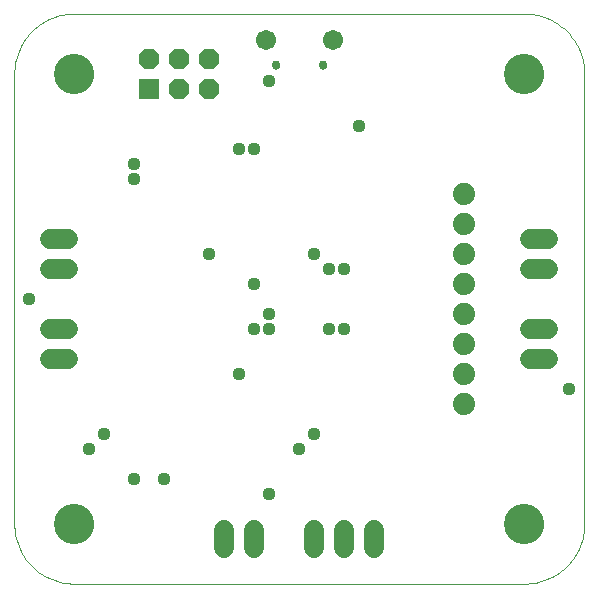
<source format=gbs>
G75*
G70*
%OFA0B0*%
%FSLAX24Y24*%
%IPPOS*%
%LPD*%
%AMOC8*
5,1,8,0,0,1.08239X$1,22.5*
%
%ADD10C,0.0000*%
%ADD11C,0.0297*%
%ADD12C,0.0674*%
%ADD13R,0.0680X0.0680*%
%ADD14OC8,0.0680*%
%ADD15C,0.0674*%
%ADD16C,0.0740*%
%ADD17C,0.1340*%
%ADD18C,0.0437*%
D10*
X000655Y002655D02*
X000655Y017655D01*
X002025Y017655D02*
X002027Y017705D01*
X002033Y017755D01*
X002043Y017804D01*
X002057Y017852D01*
X002074Y017899D01*
X002095Y017944D01*
X002120Y017988D01*
X002148Y018029D01*
X002180Y018068D01*
X002214Y018105D01*
X002251Y018139D01*
X002291Y018169D01*
X002333Y018196D01*
X002377Y018220D01*
X002423Y018241D01*
X002470Y018257D01*
X002518Y018270D01*
X002568Y018279D01*
X002617Y018284D01*
X002668Y018285D01*
X002718Y018282D01*
X002767Y018275D01*
X002816Y018264D01*
X002864Y018249D01*
X002910Y018231D01*
X002955Y018209D01*
X002998Y018183D01*
X003039Y018154D01*
X003078Y018122D01*
X003114Y018087D01*
X003146Y018049D01*
X003176Y018009D01*
X003203Y017966D01*
X003226Y017922D01*
X003245Y017876D01*
X003261Y017828D01*
X003273Y017779D01*
X003281Y017730D01*
X003285Y017680D01*
X003285Y017630D01*
X003281Y017580D01*
X003273Y017531D01*
X003261Y017482D01*
X003245Y017434D01*
X003226Y017388D01*
X003203Y017344D01*
X003176Y017301D01*
X003146Y017261D01*
X003114Y017223D01*
X003078Y017188D01*
X003039Y017156D01*
X002998Y017127D01*
X002955Y017101D01*
X002910Y017079D01*
X002864Y017061D01*
X002816Y017046D01*
X002767Y017035D01*
X002718Y017028D01*
X002668Y017025D01*
X002617Y017026D01*
X002568Y017031D01*
X002518Y017040D01*
X002470Y017053D01*
X002423Y017069D01*
X002377Y017090D01*
X002333Y017114D01*
X002291Y017141D01*
X002251Y017171D01*
X002214Y017205D01*
X002180Y017242D01*
X002148Y017281D01*
X002120Y017322D01*
X002095Y017366D01*
X002074Y017411D01*
X002057Y017458D01*
X002043Y017506D01*
X002033Y017555D01*
X002027Y017605D01*
X002025Y017655D01*
X000655Y017655D02*
X000657Y017750D01*
X000664Y017845D01*
X000675Y017940D01*
X000691Y018034D01*
X000711Y018127D01*
X000736Y018218D01*
X000765Y018309D01*
X000798Y018398D01*
X000836Y018486D01*
X000877Y018571D01*
X000923Y018655D01*
X000972Y018736D01*
X001026Y018815D01*
X001083Y018891D01*
X001144Y018965D01*
X001208Y019035D01*
X001275Y019102D01*
X001345Y019166D01*
X001419Y019227D01*
X001495Y019284D01*
X001574Y019338D01*
X001655Y019387D01*
X001739Y019433D01*
X001824Y019474D01*
X001912Y019512D01*
X002001Y019545D01*
X002092Y019574D01*
X002183Y019599D01*
X002276Y019619D01*
X002370Y019635D01*
X002465Y019646D01*
X002560Y019653D01*
X002655Y019655D01*
X017655Y019655D01*
X017025Y017655D02*
X017027Y017705D01*
X017033Y017755D01*
X017043Y017804D01*
X017057Y017852D01*
X017074Y017899D01*
X017095Y017944D01*
X017120Y017988D01*
X017148Y018029D01*
X017180Y018068D01*
X017214Y018105D01*
X017251Y018139D01*
X017291Y018169D01*
X017333Y018196D01*
X017377Y018220D01*
X017423Y018241D01*
X017470Y018257D01*
X017518Y018270D01*
X017568Y018279D01*
X017617Y018284D01*
X017668Y018285D01*
X017718Y018282D01*
X017767Y018275D01*
X017816Y018264D01*
X017864Y018249D01*
X017910Y018231D01*
X017955Y018209D01*
X017998Y018183D01*
X018039Y018154D01*
X018078Y018122D01*
X018114Y018087D01*
X018146Y018049D01*
X018176Y018009D01*
X018203Y017966D01*
X018226Y017922D01*
X018245Y017876D01*
X018261Y017828D01*
X018273Y017779D01*
X018281Y017730D01*
X018285Y017680D01*
X018285Y017630D01*
X018281Y017580D01*
X018273Y017531D01*
X018261Y017482D01*
X018245Y017434D01*
X018226Y017388D01*
X018203Y017344D01*
X018176Y017301D01*
X018146Y017261D01*
X018114Y017223D01*
X018078Y017188D01*
X018039Y017156D01*
X017998Y017127D01*
X017955Y017101D01*
X017910Y017079D01*
X017864Y017061D01*
X017816Y017046D01*
X017767Y017035D01*
X017718Y017028D01*
X017668Y017025D01*
X017617Y017026D01*
X017568Y017031D01*
X017518Y017040D01*
X017470Y017053D01*
X017423Y017069D01*
X017377Y017090D01*
X017333Y017114D01*
X017291Y017141D01*
X017251Y017171D01*
X017214Y017205D01*
X017180Y017242D01*
X017148Y017281D01*
X017120Y017322D01*
X017095Y017366D01*
X017074Y017411D01*
X017057Y017458D01*
X017043Y017506D01*
X017033Y017555D01*
X017027Y017605D01*
X017025Y017655D01*
X017655Y019655D02*
X017750Y019653D01*
X017845Y019646D01*
X017940Y019635D01*
X018034Y019619D01*
X018127Y019599D01*
X018218Y019574D01*
X018309Y019545D01*
X018398Y019512D01*
X018486Y019474D01*
X018571Y019433D01*
X018655Y019387D01*
X018736Y019338D01*
X018815Y019284D01*
X018891Y019227D01*
X018965Y019166D01*
X019035Y019102D01*
X019102Y019035D01*
X019166Y018965D01*
X019227Y018891D01*
X019284Y018815D01*
X019338Y018736D01*
X019387Y018655D01*
X019433Y018571D01*
X019474Y018486D01*
X019512Y018398D01*
X019545Y018309D01*
X019574Y018218D01*
X019599Y018127D01*
X019619Y018034D01*
X019635Y017940D01*
X019646Y017845D01*
X019653Y017750D01*
X019655Y017655D01*
X019655Y002655D01*
X017025Y002655D02*
X017027Y002705D01*
X017033Y002755D01*
X017043Y002804D01*
X017057Y002852D01*
X017074Y002899D01*
X017095Y002944D01*
X017120Y002988D01*
X017148Y003029D01*
X017180Y003068D01*
X017214Y003105D01*
X017251Y003139D01*
X017291Y003169D01*
X017333Y003196D01*
X017377Y003220D01*
X017423Y003241D01*
X017470Y003257D01*
X017518Y003270D01*
X017568Y003279D01*
X017617Y003284D01*
X017668Y003285D01*
X017718Y003282D01*
X017767Y003275D01*
X017816Y003264D01*
X017864Y003249D01*
X017910Y003231D01*
X017955Y003209D01*
X017998Y003183D01*
X018039Y003154D01*
X018078Y003122D01*
X018114Y003087D01*
X018146Y003049D01*
X018176Y003009D01*
X018203Y002966D01*
X018226Y002922D01*
X018245Y002876D01*
X018261Y002828D01*
X018273Y002779D01*
X018281Y002730D01*
X018285Y002680D01*
X018285Y002630D01*
X018281Y002580D01*
X018273Y002531D01*
X018261Y002482D01*
X018245Y002434D01*
X018226Y002388D01*
X018203Y002344D01*
X018176Y002301D01*
X018146Y002261D01*
X018114Y002223D01*
X018078Y002188D01*
X018039Y002156D01*
X017998Y002127D01*
X017955Y002101D01*
X017910Y002079D01*
X017864Y002061D01*
X017816Y002046D01*
X017767Y002035D01*
X017718Y002028D01*
X017668Y002025D01*
X017617Y002026D01*
X017568Y002031D01*
X017518Y002040D01*
X017470Y002053D01*
X017423Y002069D01*
X017377Y002090D01*
X017333Y002114D01*
X017291Y002141D01*
X017251Y002171D01*
X017214Y002205D01*
X017180Y002242D01*
X017148Y002281D01*
X017120Y002322D01*
X017095Y002366D01*
X017074Y002411D01*
X017057Y002458D01*
X017043Y002506D01*
X017033Y002555D01*
X017027Y002605D01*
X017025Y002655D01*
X017655Y000655D02*
X017750Y000657D01*
X017845Y000664D01*
X017940Y000675D01*
X018034Y000691D01*
X018127Y000711D01*
X018218Y000736D01*
X018309Y000765D01*
X018398Y000798D01*
X018486Y000836D01*
X018571Y000877D01*
X018655Y000923D01*
X018736Y000972D01*
X018815Y001026D01*
X018891Y001083D01*
X018965Y001144D01*
X019035Y001208D01*
X019102Y001275D01*
X019166Y001345D01*
X019227Y001419D01*
X019284Y001495D01*
X019338Y001574D01*
X019387Y001655D01*
X019433Y001739D01*
X019474Y001824D01*
X019512Y001912D01*
X019545Y002001D01*
X019574Y002092D01*
X019599Y002183D01*
X019619Y002276D01*
X019635Y002370D01*
X019646Y002465D01*
X019653Y002560D01*
X019655Y002655D01*
X017655Y000655D02*
X002655Y000655D01*
X002025Y002655D02*
X002027Y002705D01*
X002033Y002755D01*
X002043Y002804D01*
X002057Y002852D01*
X002074Y002899D01*
X002095Y002944D01*
X002120Y002988D01*
X002148Y003029D01*
X002180Y003068D01*
X002214Y003105D01*
X002251Y003139D01*
X002291Y003169D01*
X002333Y003196D01*
X002377Y003220D01*
X002423Y003241D01*
X002470Y003257D01*
X002518Y003270D01*
X002568Y003279D01*
X002617Y003284D01*
X002668Y003285D01*
X002718Y003282D01*
X002767Y003275D01*
X002816Y003264D01*
X002864Y003249D01*
X002910Y003231D01*
X002955Y003209D01*
X002998Y003183D01*
X003039Y003154D01*
X003078Y003122D01*
X003114Y003087D01*
X003146Y003049D01*
X003176Y003009D01*
X003203Y002966D01*
X003226Y002922D01*
X003245Y002876D01*
X003261Y002828D01*
X003273Y002779D01*
X003281Y002730D01*
X003285Y002680D01*
X003285Y002630D01*
X003281Y002580D01*
X003273Y002531D01*
X003261Y002482D01*
X003245Y002434D01*
X003226Y002388D01*
X003203Y002344D01*
X003176Y002301D01*
X003146Y002261D01*
X003114Y002223D01*
X003078Y002188D01*
X003039Y002156D01*
X002998Y002127D01*
X002955Y002101D01*
X002910Y002079D01*
X002864Y002061D01*
X002816Y002046D01*
X002767Y002035D01*
X002718Y002028D01*
X002668Y002025D01*
X002617Y002026D01*
X002568Y002031D01*
X002518Y002040D01*
X002470Y002053D01*
X002423Y002069D01*
X002377Y002090D01*
X002333Y002114D01*
X002291Y002141D01*
X002251Y002171D01*
X002214Y002205D01*
X002180Y002242D01*
X002148Y002281D01*
X002120Y002322D01*
X002095Y002366D01*
X002074Y002411D01*
X002057Y002458D01*
X002043Y002506D01*
X002033Y002555D01*
X002027Y002605D01*
X002025Y002655D01*
X000655Y002655D02*
X000657Y002560D01*
X000664Y002465D01*
X000675Y002370D01*
X000691Y002276D01*
X000711Y002183D01*
X000736Y002092D01*
X000765Y002001D01*
X000798Y001912D01*
X000836Y001824D01*
X000877Y001739D01*
X000923Y001655D01*
X000972Y001574D01*
X001026Y001495D01*
X001083Y001419D01*
X001144Y001345D01*
X001208Y001275D01*
X001275Y001208D01*
X001345Y001144D01*
X001419Y001083D01*
X001495Y001026D01*
X001574Y000972D01*
X001655Y000923D01*
X001739Y000877D01*
X001824Y000836D01*
X001912Y000798D01*
X002001Y000765D01*
X002092Y000736D01*
X002183Y000711D01*
X002276Y000691D01*
X002370Y000675D01*
X002465Y000664D01*
X002560Y000657D01*
X002655Y000655D01*
X009260Y017934D02*
X009262Y017954D01*
X009268Y017974D01*
X009277Y017992D01*
X009290Y018009D01*
X009305Y018022D01*
X009323Y018032D01*
X009343Y018039D01*
X009363Y018042D01*
X009383Y018041D01*
X009403Y018036D01*
X009422Y018028D01*
X009439Y018016D01*
X009453Y018001D01*
X009464Y017983D01*
X009472Y017964D01*
X009476Y017944D01*
X009476Y017924D01*
X009472Y017904D01*
X009464Y017885D01*
X009453Y017867D01*
X009439Y017852D01*
X009422Y017840D01*
X009403Y017832D01*
X009383Y017827D01*
X009363Y017826D01*
X009343Y017829D01*
X009323Y017836D01*
X009305Y017846D01*
X009290Y017859D01*
X009277Y017876D01*
X009268Y017894D01*
X009262Y017914D01*
X009260Y017934D01*
X010835Y017934D02*
X010837Y017954D01*
X010843Y017974D01*
X010852Y017992D01*
X010865Y018009D01*
X010880Y018022D01*
X010898Y018032D01*
X010918Y018039D01*
X010938Y018042D01*
X010958Y018041D01*
X010978Y018036D01*
X010997Y018028D01*
X011014Y018016D01*
X011028Y018001D01*
X011039Y017983D01*
X011047Y017964D01*
X011051Y017944D01*
X011051Y017924D01*
X011047Y017904D01*
X011039Y017885D01*
X011028Y017867D01*
X011014Y017852D01*
X010997Y017840D01*
X010978Y017832D01*
X010958Y017827D01*
X010938Y017826D01*
X010918Y017829D01*
X010898Y017836D01*
X010880Y017846D01*
X010865Y017859D01*
X010852Y017876D01*
X010843Y017894D01*
X010837Y017914D01*
X010835Y017934D01*
D11*
X010943Y017934D03*
X009368Y017934D03*
D12*
X009043Y018780D03*
X011267Y018780D03*
D13*
X005155Y017155D03*
D14*
X005155Y018155D03*
X006155Y018155D03*
X006155Y017155D03*
X007155Y017155D03*
X007155Y018155D03*
D15*
X002452Y012155D02*
X001858Y012155D01*
X001858Y011155D02*
X002452Y011155D01*
X002452Y009155D02*
X001858Y009155D01*
X001858Y008155D02*
X002452Y008155D01*
X007655Y002452D02*
X007655Y001858D01*
X008655Y001858D02*
X008655Y002452D01*
X010655Y002452D02*
X010655Y001858D01*
X011655Y001858D02*
X011655Y002452D01*
X012655Y002452D02*
X012655Y001858D01*
X017858Y008155D02*
X018452Y008155D01*
X018452Y009155D02*
X017858Y009155D01*
X017858Y011155D02*
X018452Y011155D01*
X018452Y012155D02*
X017858Y012155D01*
D16*
X015655Y011655D03*
X015655Y010655D03*
X015655Y009655D03*
X015655Y008655D03*
X015655Y007655D03*
X015655Y006655D03*
X015655Y012655D03*
X015655Y013655D03*
D17*
X017655Y017655D03*
X017655Y002655D03*
X002655Y002655D03*
X002655Y017655D03*
D18*
X004655Y014655D03*
X004655Y014155D03*
X007155Y011655D03*
X008655Y010655D03*
X009155Y009655D03*
X009155Y009155D03*
X008655Y009155D03*
X008155Y007655D03*
X010155Y005155D03*
X010655Y005655D03*
X009155Y003655D03*
X005655Y004155D03*
X004655Y004155D03*
X003155Y005155D03*
X003655Y005655D03*
X001155Y010155D03*
X008155Y015155D03*
X008655Y015155D03*
X009155Y017405D03*
X012155Y015905D03*
X010655Y011655D03*
X011155Y011155D03*
X011655Y011155D03*
X011655Y009155D03*
X011155Y009155D03*
X019155Y007155D03*
M02*

</source>
